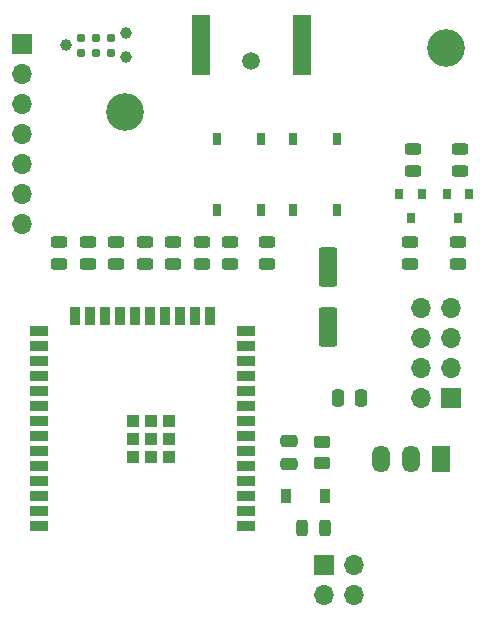
<source format=gts>
G04 #@! TF.GenerationSoftware,KiCad,Pcbnew,(6.0.1-0)*
G04 #@! TF.CreationDate,2022-02-11T21:02:13+01:00*
G04 #@! TF.ProjectId,ithowifi_4l,6974686f-7769-4666-995f-346c2e6b6963,rev?*
G04 #@! TF.SameCoordinates,Original*
G04 #@! TF.FileFunction,Soldermask,Top*
G04 #@! TF.FilePolarity,Negative*
%FSLAX46Y46*%
G04 Gerber Fmt 4.6, Leading zero omitted, Abs format (unit mm)*
G04 Created by KiCad (PCBNEW (6.0.1-0)) date 2022-02-11 21:02:13*
%MOMM*%
%LPD*%
G01*
G04 APERTURE LIST*
G04 Aperture macros list*
%AMRoundRect*
0 Rectangle with rounded corners*
0 $1 Rounding radius*
0 $2 $3 $4 $5 $6 $7 $8 $9 X,Y pos of 4 corners*
0 Add a 4 corners polygon primitive as box body*
4,1,4,$2,$3,$4,$5,$6,$7,$8,$9,$2,$3,0*
0 Add four circle primitives for the rounded corners*
1,1,$1+$1,$2,$3*
1,1,$1+$1,$4,$5*
1,1,$1+$1,$6,$7*
1,1,$1+$1,$8,$9*
0 Add four rect primitives between the rounded corners*
20,1,$1+$1,$2,$3,$4,$5,0*
20,1,$1+$1,$4,$5,$6,$7,0*
20,1,$1+$1,$6,$7,$8,$9,0*
20,1,$1+$1,$8,$9,$2,$3,0*%
G04 Aperture macros list end*
%ADD10R,1.500000X2.300000*%
%ADD11O,1.500000X2.300000*%
%ADD12R,0.800000X0.900000*%
%ADD13RoundRect,0.243750X-0.456250X0.243750X-0.456250X-0.243750X0.456250X-0.243750X0.456250X0.243750X0*%
%ADD14R,1.700000X1.700000*%
%ADD15O,1.700000X1.700000*%
%ADD16R,1.500000X0.900000*%
%ADD17R,0.900000X1.500000*%
%ADD18R,1.050000X1.050000*%
%ADD19C,3.200000*%
%ADD20RoundRect,0.243750X0.456250X-0.243750X0.456250X0.243750X-0.456250X0.243750X-0.456250X-0.243750X0*%
%ADD21C,0.990600*%
%ADD22C,0.787400*%
%ADD23R,0.750000X1.000000*%
%ADD24RoundRect,0.250000X0.250000X0.475000X-0.250000X0.475000X-0.250000X-0.475000X0.250000X-0.475000X0*%
%ADD25RoundRect,0.250000X0.550000X-1.412500X0.550000X1.412500X-0.550000X1.412500X-0.550000X-1.412500X0*%
%ADD26RoundRect,0.243750X-0.243750X-0.456250X0.243750X-0.456250X0.243750X0.456250X-0.243750X0.456250X0*%
%ADD27RoundRect,0.250000X0.475000X-0.250000X0.475000X0.250000X-0.475000X0.250000X-0.475000X-0.250000X0*%
%ADD28R,0.900000X1.200000*%
%ADD29RoundRect,0.249998X0.450002X-0.262502X0.450002X0.262502X-0.450002X0.262502X-0.450002X-0.262502X0*%
%ADD30C,1.500000*%
%ADD31R,1.500000X5.080000*%
G04 APERTURE END LIST*
D10*
X121259600Y-142951200D03*
D11*
X118719600Y-142951200D03*
X116179600Y-142951200D03*
D12*
X119608600Y-120539000D03*
X117708600Y-120539000D03*
X118658600Y-122539000D03*
D13*
X118872000Y-116686900D03*
X118872000Y-118561900D03*
D14*
X85725000Y-107797600D03*
D15*
X85725000Y-110337600D03*
X85725000Y-112877600D03*
X85725000Y-115417600D03*
X85725000Y-117957600D03*
X85725000Y-120497600D03*
X85725000Y-123037600D03*
D16*
X104727600Y-148613600D03*
X104727600Y-147343600D03*
X104727600Y-146073600D03*
X104727600Y-144803600D03*
X104727600Y-143533600D03*
X104727600Y-142263600D03*
X104727600Y-140993600D03*
X104727600Y-139723600D03*
X104727600Y-138453600D03*
X104727600Y-137183600D03*
X104727600Y-135913600D03*
X104727600Y-134643600D03*
X104727600Y-133373600D03*
X104727600Y-132103600D03*
D17*
X101697600Y-130853600D03*
X100427600Y-130853600D03*
X99157600Y-130853600D03*
X97887600Y-130853600D03*
X96617600Y-130853600D03*
X95347600Y-130853600D03*
X94077600Y-130853600D03*
X92807600Y-130853600D03*
X91537600Y-130853600D03*
X90267600Y-130853600D03*
D16*
X87227600Y-132103600D03*
X87227600Y-133373600D03*
X87227600Y-134643600D03*
X87227600Y-135913600D03*
X87227600Y-137183600D03*
X87227600Y-138453600D03*
X87227600Y-139723600D03*
X87227600Y-140993600D03*
X87227600Y-142263600D03*
X87227600Y-143533600D03*
X87227600Y-144803600D03*
X87227600Y-146073600D03*
X87227600Y-147343600D03*
X87227600Y-148613600D03*
D18*
X96657600Y-141273600D03*
X95132600Y-141273600D03*
X95132600Y-142798600D03*
X96657600Y-142798600D03*
X96657600Y-139748600D03*
X98182600Y-142798600D03*
X95132600Y-139748600D03*
X98182600Y-141273600D03*
X98182600Y-139748600D03*
D13*
X91313000Y-124563900D03*
X91313000Y-126438900D03*
X106536000Y-124572500D03*
X106536000Y-126447500D03*
X118618000Y-124523500D03*
X118618000Y-126398500D03*
D19*
X94488000Y-113538000D03*
D20*
X88900000Y-126438900D03*
X88900000Y-124563900D03*
D14*
X111292000Y-151928000D03*
D15*
X113832000Y-151928000D03*
X111292000Y-154468000D03*
X113832000Y-154468000D03*
D21*
X94576000Y-106885400D03*
X94576000Y-108917400D03*
X89496000Y-107901400D03*
D22*
X90766000Y-108536400D03*
X90766000Y-107266400D03*
X92036000Y-108536400D03*
X92036000Y-107266400D03*
X93306000Y-108536400D03*
X93306000Y-107266400D03*
D23*
X108665400Y-115872000D03*
X108665400Y-121872000D03*
X112415400Y-121872000D03*
X112415400Y-115872000D03*
D24*
X114432000Y-137768000D03*
X112532000Y-137768000D03*
D12*
X123606600Y-120539000D03*
X121706600Y-120539000D03*
X122656600Y-122539000D03*
D20*
X122859800Y-118561900D03*
X122859800Y-116686900D03*
D13*
X122682000Y-124523500D03*
X122682000Y-126398500D03*
D20*
X96139000Y-126438900D03*
X96139000Y-124563900D03*
X98552000Y-126453000D03*
X98552000Y-124578000D03*
D25*
X111632000Y-131768000D03*
X111632000Y-126693000D03*
D26*
X109499400Y-148751000D03*
X111374400Y-148751000D03*
D27*
X108377500Y-143351000D03*
X108377500Y-141451000D03*
D28*
X111425500Y-146084000D03*
X108125500Y-146084000D03*
D29*
X111171500Y-143290000D03*
X111171500Y-141465000D03*
D30*
X105182180Y-109251460D03*
D20*
X93726000Y-126438900D03*
X93726000Y-124563900D03*
X103378000Y-126453000D03*
X103378000Y-124578000D03*
X100965000Y-126453000D03*
X100965000Y-124578000D03*
D23*
X106015000Y-121872000D03*
X106015000Y-115872000D03*
X102265000Y-115872000D03*
X102265000Y-121872000D03*
D19*
X121630000Y-108120000D03*
D14*
X122047000Y-137795000D03*
D15*
X119507000Y-137795000D03*
X122047000Y-135255000D03*
X119507000Y-135255000D03*
X122047000Y-132715000D03*
X119507000Y-132715000D03*
X122047000Y-130175000D03*
X119507000Y-130175000D03*
D31*
X109431400Y-107848400D03*
X100931400Y-107848400D03*
M02*

</source>
